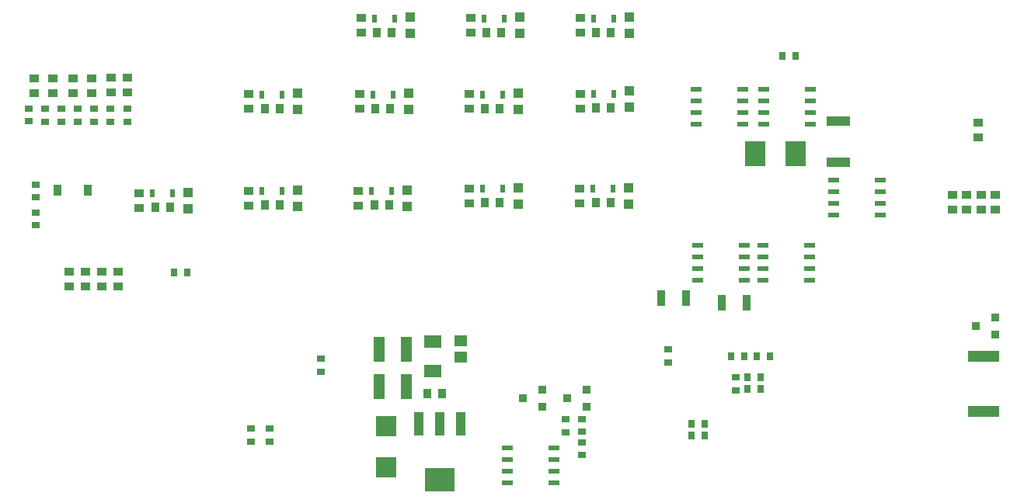
<source format=gbp>
G04 Layer_Color=128*
%FSAX24Y24*%
%MOIN*%
G70*
G01*
G75*
%ADD14R,0.0354X0.0276*%
%ADD34R,0.0276X0.0354*%
%ADD50R,0.0470X0.0220*%
%ADD51R,0.1319X0.0492*%
%ADD52R,0.0394X0.0354*%
%ADD53R,0.0906X0.0906*%
%ADD54R,0.0354X0.0394*%
%ADD55R,0.0453X0.1063*%
%ADD56R,0.0748X0.0532*%
%ADD57R,0.0571X0.0453*%
%ADD58R,0.0360X0.0320*%
%ADD59R,0.0394X0.0984*%
%ADD60R,0.1299X0.0984*%
%ADD61R,0.0374X0.0669*%
%ADD62R,0.0850X0.1080*%
%ADD63R,0.1024X0.0413*%
%ADD64R,0.0248X0.0327*%
%ADD65R,0.0433X0.0433*%
%ADD66R,0.0358X0.0480*%
D14*
X035000Y013524D02*
D03*
Y014076D02*
D03*
X035800Y014076D02*
D03*
Y013524D02*
D03*
X038000Y016524D02*
D03*
Y017076D02*
D03*
X049200Y014500D02*
D03*
Y013949D02*
D03*
Y013500D02*
D03*
Y012949D02*
D03*
X052900Y016924D02*
D03*
Y017476D02*
D03*
X055800Y015724D02*
D03*
Y016276D02*
D03*
X048500Y014476D02*
D03*
Y013924D02*
D03*
X025766Y023361D02*
D03*
Y022810D02*
D03*
Y024561D02*
D03*
Y024010D02*
D03*
X029716Y027260D02*
D03*
Y027811D02*
D03*
X028966Y027811D02*
D03*
Y027260D02*
D03*
X028266Y027811D02*
D03*
Y027260D02*
D03*
X027566Y027811D02*
D03*
Y027260D02*
D03*
X026866Y027811D02*
D03*
Y027260D02*
D03*
X026166Y027811D02*
D03*
Y027260D02*
D03*
X025466Y027836D02*
D03*
Y027285D02*
D03*
D34*
X032276Y020800D02*
D03*
X031724D02*
D03*
X054476Y014300D02*
D03*
X053924D02*
D03*
X054476Y013800D02*
D03*
X053924D02*
D03*
X056876Y016276D02*
D03*
X056324D02*
D03*
X056876Y015776D02*
D03*
X056324D02*
D03*
X055624Y017200D02*
D03*
X056176D02*
D03*
X057276D02*
D03*
X056724D02*
D03*
X058376Y030100D02*
D03*
X057824D02*
D03*
D50*
X046005Y011750D02*
D03*
Y012250D02*
D03*
Y012750D02*
D03*
Y013250D02*
D03*
X047995Y011750D02*
D03*
Y012250D02*
D03*
Y012750D02*
D03*
Y013250D02*
D03*
X056162Y021950D02*
D03*
Y021450D02*
D03*
Y020950D02*
D03*
Y020450D02*
D03*
X054172Y021950D02*
D03*
Y021450D02*
D03*
Y020950D02*
D03*
Y020450D02*
D03*
X056972D02*
D03*
Y020950D02*
D03*
Y021450D02*
D03*
Y021950D02*
D03*
X058962Y020450D02*
D03*
Y020950D02*
D03*
Y021450D02*
D03*
Y021950D02*
D03*
X054105Y027150D02*
D03*
Y027650D02*
D03*
Y028150D02*
D03*
Y028650D02*
D03*
X056095Y027150D02*
D03*
Y027650D02*
D03*
Y028150D02*
D03*
Y028650D02*
D03*
X057005Y027150D02*
D03*
Y027650D02*
D03*
Y028150D02*
D03*
Y028650D02*
D03*
X058995Y027150D02*
D03*
Y027650D02*
D03*
Y028150D02*
D03*
Y028650D02*
D03*
X061995Y024750D02*
D03*
Y024250D02*
D03*
Y023750D02*
D03*
Y023250D02*
D03*
X060005Y024750D02*
D03*
Y024250D02*
D03*
Y023750D02*
D03*
Y023250D02*
D03*
D51*
X066450Y017181D02*
D03*
Y014819D02*
D03*
D52*
X027200Y020815D02*
D03*
Y020185D02*
D03*
X027900Y020815D02*
D03*
Y020185D02*
D03*
X028600Y020815D02*
D03*
Y020185D02*
D03*
X029300Y020815D02*
D03*
Y020185D02*
D03*
X065100Y024115D02*
D03*
Y023485D02*
D03*
X065700Y024115D02*
D03*
Y023485D02*
D03*
X039739Y031085D02*
D03*
Y031715D02*
D03*
X034916Y027821D02*
D03*
Y028451D02*
D03*
X039666Y027821D02*
D03*
Y028451D02*
D03*
X044366Y027821D02*
D03*
Y028451D02*
D03*
X049139Y027835D02*
D03*
Y028465D02*
D03*
Y031085D02*
D03*
Y031715D02*
D03*
X044439Y031085D02*
D03*
Y031715D02*
D03*
X049116Y023771D02*
D03*
Y024401D02*
D03*
X030216Y023571D02*
D03*
Y024201D02*
D03*
X034916Y023671D02*
D03*
Y024301D02*
D03*
X039616Y023671D02*
D03*
Y024301D02*
D03*
X044366Y023771D02*
D03*
Y024401D02*
D03*
X029716Y029151D02*
D03*
Y028521D02*
D03*
X029016Y029151D02*
D03*
Y028521D02*
D03*
X028166Y029136D02*
D03*
Y028506D02*
D03*
X027366Y029136D02*
D03*
Y028506D02*
D03*
X026516Y029136D02*
D03*
Y028506D02*
D03*
X025716Y029136D02*
D03*
Y028506D02*
D03*
X066950Y024115D02*
D03*
Y023485D02*
D03*
X066350Y024115D02*
D03*
Y023485D02*
D03*
X066200Y026585D02*
D03*
Y027215D02*
D03*
D53*
X040800Y012414D02*
D03*
Y014186D02*
D03*
D54*
X042585Y015600D02*
D03*
X043215D02*
D03*
X036231Y027836D02*
D03*
X035601D02*
D03*
X045681D02*
D03*
X045051D02*
D03*
X050453Y027850D02*
D03*
X049824D02*
D03*
X050453Y031100D02*
D03*
X049824D02*
D03*
X045753D02*
D03*
X045124D02*
D03*
X041053D02*
D03*
X040424D02*
D03*
X031531Y023586D02*
D03*
X030901D02*
D03*
X036231Y023686D02*
D03*
X035601D02*
D03*
X050431Y023786D02*
D03*
X049801D02*
D03*
X040981Y027836D02*
D03*
X040351D02*
D03*
X040931Y023686D02*
D03*
X040301D02*
D03*
X045681Y023786D02*
D03*
X045051D02*
D03*
D55*
X040509Y017500D02*
D03*
X041691D02*
D03*
X040509Y015900D02*
D03*
X041691D02*
D03*
D56*
X042800Y017830D02*
D03*
Y016570D02*
D03*
D57*
X044000Y017146D02*
D03*
Y017854D02*
D03*
D58*
X047494Y015774D02*
D03*
Y015020D02*
D03*
X046660Y015400D02*
D03*
X049394Y015774D02*
D03*
Y015020D02*
D03*
X048560Y015400D02*
D03*
X066944Y018874D02*
D03*
Y018120D02*
D03*
X066110Y018500D02*
D03*
D59*
X042194Y014301D02*
D03*
X043100D02*
D03*
X044006D02*
D03*
D60*
X043100Y011899D02*
D03*
D61*
X053665Y019700D02*
D03*
X052602D02*
D03*
X055202Y019500D02*
D03*
X056265D02*
D03*
D62*
X058370Y025900D02*
D03*
X056630D02*
D03*
D63*
X060200Y025514D02*
D03*
Y027286D02*
D03*
D64*
X041105Y028436D02*
D03*
X040227D02*
D03*
X045805D02*
D03*
X044927D02*
D03*
X050578Y028450D02*
D03*
X049700D02*
D03*
X050578Y031700D02*
D03*
X049700D02*
D03*
X045878D02*
D03*
X045000D02*
D03*
X041178D02*
D03*
X040300D02*
D03*
X031655Y024186D02*
D03*
X030777D02*
D03*
X050555Y024386D02*
D03*
X049677D02*
D03*
X036355Y028436D02*
D03*
X035477D02*
D03*
X036355Y024286D02*
D03*
X035477D02*
D03*
X041055D02*
D03*
X040177D02*
D03*
X045805Y024386D02*
D03*
X044927D02*
D03*
D65*
X046466Y027782D02*
D03*
Y028490D02*
D03*
X051239Y027896D02*
D03*
Y028604D02*
D03*
Y031046D02*
D03*
Y031754D02*
D03*
X046539Y031046D02*
D03*
Y031754D02*
D03*
X041839Y031046D02*
D03*
Y031754D02*
D03*
X032316Y023531D02*
D03*
Y024240D02*
D03*
X037016Y023631D02*
D03*
Y024340D02*
D03*
X051216Y023732D02*
D03*
Y024440D02*
D03*
X037016Y027782D02*
D03*
Y028490D02*
D03*
X041766Y027782D02*
D03*
Y028490D02*
D03*
X041716Y023631D02*
D03*
Y024340D02*
D03*
X046466Y023732D02*
D03*
Y024440D02*
D03*
D66*
X028009Y024336D02*
D03*
X026722D02*
D03*
M02*

</source>
